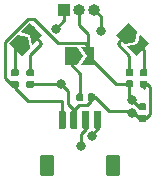
<source format=gbr>
G04 #@! TF.GenerationSoftware,KiCad,Pcbnew,(5.1.5-0-10_14)*
G04 #@! TF.CreationDate,2020-09-21T02:14:23+02:00*
G04 #@! TF.ProjectId,Encoder,456e636f-6465-4722-9e6b-696361645f70,rev?*
G04 #@! TF.SameCoordinates,Original*
G04 #@! TF.FileFunction,Copper,L1,Top*
G04 #@! TF.FilePolarity,Positive*
%FSLAX46Y46*%
G04 Gerber Fmt 4.6, Leading zero omitted, Abs format (unit mm)*
G04 Created by KiCad (PCBNEW (5.1.5-0-10_14)) date 2020-09-21 02:14:23*
%MOMM*%
%LPD*%
G04 APERTURE LIST*
%ADD10O,1.000000X1.000000*%
%ADD11R,1.000000X1.000000*%
%ADD12C,0.100000*%
%ADD13C,0.800000*%
%ADD14C,0.250000*%
G04 APERTURE END LIST*
D10*
X118428000Y-86212000D03*
X117158000Y-86212000D03*
D11*
X115888000Y-86212000D03*
G04 #@! TA.AperFunction,SMDPad,CuDef*
D12*
G36*
X120362505Y-98488204D02*
G01*
X120386773Y-98491804D01*
X120410572Y-98497765D01*
X120433671Y-98506030D01*
X120455850Y-98516520D01*
X120476893Y-98529132D01*
X120496599Y-98543747D01*
X120514777Y-98560223D01*
X120531253Y-98578401D01*
X120545868Y-98598107D01*
X120558480Y-98619150D01*
X120568970Y-98641329D01*
X120577235Y-98664428D01*
X120583196Y-98688227D01*
X120586796Y-98712495D01*
X120588000Y-98736999D01*
X120588000Y-100037001D01*
X120586796Y-100061505D01*
X120583196Y-100085773D01*
X120577235Y-100109572D01*
X120568970Y-100132671D01*
X120558480Y-100154850D01*
X120545868Y-100175893D01*
X120531253Y-100195599D01*
X120514777Y-100213777D01*
X120496599Y-100230253D01*
X120476893Y-100244868D01*
X120455850Y-100257480D01*
X120433671Y-100267970D01*
X120410572Y-100276235D01*
X120386773Y-100282196D01*
X120362505Y-100285796D01*
X120338001Y-100287000D01*
X119637999Y-100287000D01*
X119613495Y-100285796D01*
X119589227Y-100282196D01*
X119565428Y-100276235D01*
X119542329Y-100267970D01*
X119520150Y-100257480D01*
X119499107Y-100244868D01*
X119479401Y-100230253D01*
X119461223Y-100213777D01*
X119444747Y-100195599D01*
X119430132Y-100175893D01*
X119417520Y-100154850D01*
X119407030Y-100132671D01*
X119398765Y-100109572D01*
X119392804Y-100085773D01*
X119389204Y-100061505D01*
X119388000Y-100037001D01*
X119388000Y-98736999D01*
X119389204Y-98712495D01*
X119392804Y-98688227D01*
X119398765Y-98664428D01*
X119407030Y-98641329D01*
X119417520Y-98619150D01*
X119430132Y-98598107D01*
X119444747Y-98578401D01*
X119461223Y-98560223D01*
X119479401Y-98543747D01*
X119499107Y-98529132D01*
X119520150Y-98516520D01*
X119542329Y-98506030D01*
X119565428Y-98497765D01*
X119589227Y-98491804D01*
X119613495Y-98488204D01*
X119637999Y-98487000D01*
X120338001Y-98487000D01*
X120362505Y-98488204D01*
G37*
G04 #@! TD.AperFunction*
G04 #@! TA.AperFunction,SMDPad,CuDef*
G36*
X114762505Y-98488204D02*
G01*
X114786773Y-98491804D01*
X114810572Y-98497765D01*
X114833671Y-98506030D01*
X114855850Y-98516520D01*
X114876893Y-98529132D01*
X114896599Y-98543747D01*
X114914777Y-98560223D01*
X114931253Y-98578401D01*
X114945868Y-98598107D01*
X114958480Y-98619150D01*
X114968970Y-98641329D01*
X114977235Y-98664428D01*
X114983196Y-98688227D01*
X114986796Y-98712495D01*
X114988000Y-98736999D01*
X114988000Y-100037001D01*
X114986796Y-100061505D01*
X114983196Y-100085773D01*
X114977235Y-100109572D01*
X114968970Y-100132671D01*
X114958480Y-100154850D01*
X114945868Y-100175893D01*
X114931253Y-100195599D01*
X114914777Y-100213777D01*
X114896599Y-100230253D01*
X114876893Y-100244868D01*
X114855850Y-100257480D01*
X114833671Y-100267970D01*
X114810572Y-100276235D01*
X114786773Y-100282196D01*
X114762505Y-100285796D01*
X114738001Y-100287000D01*
X114037999Y-100287000D01*
X114013495Y-100285796D01*
X113989227Y-100282196D01*
X113965428Y-100276235D01*
X113942329Y-100267970D01*
X113920150Y-100257480D01*
X113899107Y-100244868D01*
X113879401Y-100230253D01*
X113861223Y-100213777D01*
X113844747Y-100195599D01*
X113830132Y-100175893D01*
X113817520Y-100154850D01*
X113807030Y-100132671D01*
X113798765Y-100109572D01*
X113792804Y-100085773D01*
X113789204Y-100061505D01*
X113788000Y-100037001D01*
X113788000Y-98736999D01*
X113789204Y-98712495D01*
X113792804Y-98688227D01*
X113798765Y-98664428D01*
X113807030Y-98641329D01*
X113817520Y-98619150D01*
X113830132Y-98598107D01*
X113844747Y-98578401D01*
X113861223Y-98560223D01*
X113879401Y-98543747D01*
X113899107Y-98529132D01*
X113920150Y-98516520D01*
X113942329Y-98506030D01*
X113965428Y-98497765D01*
X113989227Y-98491804D01*
X114013495Y-98488204D01*
X114037999Y-98487000D01*
X114738001Y-98487000D01*
X114762505Y-98488204D01*
G37*
G04 #@! TD.AperFunction*
G04 #@! TA.AperFunction,SMDPad,CuDef*
G36*
X118852703Y-94737722D02*
G01*
X118867264Y-94739882D01*
X118881543Y-94743459D01*
X118895403Y-94748418D01*
X118908710Y-94754712D01*
X118921336Y-94762280D01*
X118933159Y-94771048D01*
X118944066Y-94780934D01*
X118953952Y-94791841D01*
X118962720Y-94803664D01*
X118970288Y-94816290D01*
X118976582Y-94829597D01*
X118981541Y-94843457D01*
X118985118Y-94857736D01*
X118987278Y-94872297D01*
X118988000Y-94887000D01*
X118988000Y-96137000D01*
X118987278Y-96151703D01*
X118985118Y-96166264D01*
X118981541Y-96180543D01*
X118976582Y-96194403D01*
X118970288Y-96207710D01*
X118962720Y-96220336D01*
X118953952Y-96232159D01*
X118944066Y-96243066D01*
X118933159Y-96252952D01*
X118921336Y-96261720D01*
X118908710Y-96269288D01*
X118895403Y-96275582D01*
X118881543Y-96280541D01*
X118867264Y-96284118D01*
X118852703Y-96286278D01*
X118838000Y-96287000D01*
X118538000Y-96287000D01*
X118523297Y-96286278D01*
X118508736Y-96284118D01*
X118494457Y-96280541D01*
X118480597Y-96275582D01*
X118467290Y-96269288D01*
X118454664Y-96261720D01*
X118442841Y-96252952D01*
X118431934Y-96243066D01*
X118422048Y-96232159D01*
X118413280Y-96220336D01*
X118405712Y-96207710D01*
X118399418Y-96194403D01*
X118394459Y-96180543D01*
X118390882Y-96166264D01*
X118388722Y-96151703D01*
X118388000Y-96137000D01*
X118388000Y-94887000D01*
X118388722Y-94872297D01*
X118390882Y-94857736D01*
X118394459Y-94843457D01*
X118399418Y-94829597D01*
X118405712Y-94816290D01*
X118413280Y-94803664D01*
X118422048Y-94791841D01*
X118431934Y-94780934D01*
X118442841Y-94771048D01*
X118454664Y-94762280D01*
X118467290Y-94754712D01*
X118480597Y-94748418D01*
X118494457Y-94743459D01*
X118508736Y-94739882D01*
X118523297Y-94737722D01*
X118538000Y-94737000D01*
X118838000Y-94737000D01*
X118852703Y-94737722D01*
G37*
G04 #@! TD.AperFunction*
G04 #@! TA.AperFunction,SMDPad,CuDef*
G36*
X117852703Y-94737722D02*
G01*
X117867264Y-94739882D01*
X117881543Y-94743459D01*
X117895403Y-94748418D01*
X117908710Y-94754712D01*
X117921336Y-94762280D01*
X117933159Y-94771048D01*
X117944066Y-94780934D01*
X117953952Y-94791841D01*
X117962720Y-94803664D01*
X117970288Y-94816290D01*
X117976582Y-94829597D01*
X117981541Y-94843457D01*
X117985118Y-94857736D01*
X117987278Y-94872297D01*
X117988000Y-94887000D01*
X117988000Y-96137000D01*
X117987278Y-96151703D01*
X117985118Y-96166264D01*
X117981541Y-96180543D01*
X117976582Y-96194403D01*
X117970288Y-96207710D01*
X117962720Y-96220336D01*
X117953952Y-96232159D01*
X117944066Y-96243066D01*
X117933159Y-96252952D01*
X117921336Y-96261720D01*
X117908710Y-96269288D01*
X117895403Y-96275582D01*
X117881543Y-96280541D01*
X117867264Y-96284118D01*
X117852703Y-96286278D01*
X117838000Y-96287000D01*
X117538000Y-96287000D01*
X117523297Y-96286278D01*
X117508736Y-96284118D01*
X117494457Y-96280541D01*
X117480597Y-96275582D01*
X117467290Y-96269288D01*
X117454664Y-96261720D01*
X117442841Y-96252952D01*
X117431934Y-96243066D01*
X117422048Y-96232159D01*
X117413280Y-96220336D01*
X117405712Y-96207710D01*
X117399418Y-96194403D01*
X117394459Y-96180543D01*
X117390882Y-96166264D01*
X117388722Y-96151703D01*
X117388000Y-96137000D01*
X117388000Y-94887000D01*
X117388722Y-94872297D01*
X117390882Y-94857736D01*
X117394459Y-94843457D01*
X117399418Y-94829597D01*
X117405712Y-94816290D01*
X117413280Y-94803664D01*
X117422048Y-94791841D01*
X117431934Y-94780934D01*
X117442841Y-94771048D01*
X117454664Y-94762280D01*
X117467290Y-94754712D01*
X117480597Y-94748418D01*
X117494457Y-94743459D01*
X117508736Y-94739882D01*
X117523297Y-94737722D01*
X117538000Y-94737000D01*
X117838000Y-94737000D01*
X117852703Y-94737722D01*
G37*
G04 #@! TD.AperFunction*
G04 #@! TA.AperFunction,SMDPad,CuDef*
G36*
X116852703Y-94737722D02*
G01*
X116867264Y-94739882D01*
X116881543Y-94743459D01*
X116895403Y-94748418D01*
X116908710Y-94754712D01*
X116921336Y-94762280D01*
X116933159Y-94771048D01*
X116944066Y-94780934D01*
X116953952Y-94791841D01*
X116962720Y-94803664D01*
X116970288Y-94816290D01*
X116976582Y-94829597D01*
X116981541Y-94843457D01*
X116985118Y-94857736D01*
X116987278Y-94872297D01*
X116988000Y-94887000D01*
X116988000Y-96137000D01*
X116987278Y-96151703D01*
X116985118Y-96166264D01*
X116981541Y-96180543D01*
X116976582Y-96194403D01*
X116970288Y-96207710D01*
X116962720Y-96220336D01*
X116953952Y-96232159D01*
X116944066Y-96243066D01*
X116933159Y-96252952D01*
X116921336Y-96261720D01*
X116908710Y-96269288D01*
X116895403Y-96275582D01*
X116881543Y-96280541D01*
X116867264Y-96284118D01*
X116852703Y-96286278D01*
X116838000Y-96287000D01*
X116538000Y-96287000D01*
X116523297Y-96286278D01*
X116508736Y-96284118D01*
X116494457Y-96280541D01*
X116480597Y-96275582D01*
X116467290Y-96269288D01*
X116454664Y-96261720D01*
X116442841Y-96252952D01*
X116431934Y-96243066D01*
X116422048Y-96232159D01*
X116413280Y-96220336D01*
X116405712Y-96207710D01*
X116399418Y-96194403D01*
X116394459Y-96180543D01*
X116390882Y-96166264D01*
X116388722Y-96151703D01*
X116388000Y-96137000D01*
X116388000Y-94887000D01*
X116388722Y-94872297D01*
X116390882Y-94857736D01*
X116394459Y-94843457D01*
X116399418Y-94829597D01*
X116405712Y-94816290D01*
X116413280Y-94803664D01*
X116422048Y-94791841D01*
X116431934Y-94780934D01*
X116442841Y-94771048D01*
X116454664Y-94762280D01*
X116467290Y-94754712D01*
X116480597Y-94748418D01*
X116494457Y-94743459D01*
X116508736Y-94739882D01*
X116523297Y-94737722D01*
X116538000Y-94737000D01*
X116838000Y-94737000D01*
X116852703Y-94737722D01*
G37*
G04 #@! TD.AperFunction*
G04 #@! TA.AperFunction,SMDPad,CuDef*
G36*
X115852703Y-94737722D02*
G01*
X115867264Y-94739882D01*
X115881543Y-94743459D01*
X115895403Y-94748418D01*
X115908710Y-94754712D01*
X115921336Y-94762280D01*
X115933159Y-94771048D01*
X115944066Y-94780934D01*
X115953952Y-94791841D01*
X115962720Y-94803664D01*
X115970288Y-94816290D01*
X115976582Y-94829597D01*
X115981541Y-94843457D01*
X115985118Y-94857736D01*
X115987278Y-94872297D01*
X115988000Y-94887000D01*
X115988000Y-96137000D01*
X115987278Y-96151703D01*
X115985118Y-96166264D01*
X115981541Y-96180543D01*
X115976582Y-96194403D01*
X115970288Y-96207710D01*
X115962720Y-96220336D01*
X115953952Y-96232159D01*
X115944066Y-96243066D01*
X115933159Y-96252952D01*
X115921336Y-96261720D01*
X115908710Y-96269288D01*
X115895403Y-96275582D01*
X115881543Y-96280541D01*
X115867264Y-96284118D01*
X115852703Y-96286278D01*
X115838000Y-96287000D01*
X115538000Y-96287000D01*
X115523297Y-96286278D01*
X115508736Y-96284118D01*
X115494457Y-96280541D01*
X115480597Y-96275582D01*
X115467290Y-96269288D01*
X115454664Y-96261720D01*
X115442841Y-96252952D01*
X115431934Y-96243066D01*
X115422048Y-96232159D01*
X115413280Y-96220336D01*
X115405712Y-96207710D01*
X115399418Y-96194403D01*
X115394459Y-96180543D01*
X115390882Y-96166264D01*
X115388722Y-96151703D01*
X115388000Y-96137000D01*
X115388000Y-94887000D01*
X115388722Y-94872297D01*
X115390882Y-94857736D01*
X115394459Y-94843457D01*
X115399418Y-94829597D01*
X115405712Y-94816290D01*
X115413280Y-94803664D01*
X115422048Y-94791841D01*
X115431934Y-94780934D01*
X115442841Y-94771048D01*
X115454664Y-94762280D01*
X115467290Y-94754712D01*
X115480597Y-94748418D01*
X115494457Y-94743459D01*
X115508736Y-94739882D01*
X115523297Y-94737722D01*
X115538000Y-94737000D01*
X115838000Y-94737000D01*
X115852703Y-94737722D01*
G37*
G04 #@! TD.AperFunction*
G04 #@! TA.AperFunction,SMDPad,CuDef*
G36*
X121574958Y-91217710D02*
G01*
X121589276Y-91219834D01*
X121603317Y-91223351D01*
X121616946Y-91228228D01*
X121630031Y-91234417D01*
X121642447Y-91241858D01*
X121654073Y-91250481D01*
X121664798Y-91260202D01*
X121674519Y-91270927D01*
X121683142Y-91282553D01*
X121690583Y-91294969D01*
X121696772Y-91308054D01*
X121701649Y-91321683D01*
X121705166Y-91335724D01*
X121707290Y-91350042D01*
X121708000Y-91364500D01*
X121708000Y-91659500D01*
X121707290Y-91673958D01*
X121705166Y-91688276D01*
X121701649Y-91702317D01*
X121696772Y-91715946D01*
X121690583Y-91729031D01*
X121683142Y-91741447D01*
X121674519Y-91753073D01*
X121664798Y-91763798D01*
X121654073Y-91773519D01*
X121642447Y-91782142D01*
X121630031Y-91789583D01*
X121616946Y-91795772D01*
X121603317Y-91800649D01*
X121589276Y-91804166D01*
X121574958Y-91806290D01*
X121560500Y-91807000D01*
X121215500Y-91807000D01*
X121201042Y-91806290D01*
X121186724Y-91804166D01*
X121172683Y-91800649D01*
X121159054Y-91795772D01*
X121145969Y-91789583D01*
X121133553Y-91782142D01*
X121121927Y-91773519D01*
X121111202Y-91763798D01*
X121101481Y-91753073D01*
X121092858Y-91741447D01*
X121085417Y-91729031D01*
X121079228Y-91715946D01*
X121074351Y-91702317D01*
X121070834Y-91688276D01*
X121068710Y-91673958D01*
X121068000Y-91659500D01*
X121068000Y-91364500D01*
X121068710Y-91350042D01*
X121070834Y-91335724D01*
X121074351Y-91321683D01*
X121079228Y-91308054D01*
X121085417Y-91294969D01*
X121092858Y-91282553D01*
X121101481Y-91270927D01*
X121111202Y-91260202D01*
X121121927Y-91250481D01*
X121133553Y-91241858D01*
X121145969Y-91234417D01*
X121159054Y-91228228D01*
X121172683Y-91223351D01*
X121186724Y-91219834D01*
X121201042Y-91217710D01*
X121215500Y-91217000D01*
X121560500Y-91217000D01*
X121574958Y-91217710D01*
G37*
G04 #@! TD.AperFunction*
G04 #@! TA.AperFunction,SMDPad,CuDef*
G36*
X121574958Y-92187710D02*
G01*
X121589276Y-92189834D01*
X121603317Y-92193351D01*
X121616946Y-92198228D01*
X121630031Y-92204417D01*
X121642447Y-92211858D01*
X121654073Y-92220481D01*
X121664798Y-92230202D01*
X121674519Y-92240927D01*
X121683142Y-92252553D01*
X121690583Y-92264969D01*
X121696772Y-92278054D01*
X121701649Y-92291683D01*
X121705166Y-92305724D01*
X121707290Y-92320042D01*
X121708000Y-92334500D01*
X121708000Y-92629500D01*
X121707290Y-92643958D01*
X121705166Y-92658276D01*
X121701649Y-92672317D01*
X121696772Y-92685946D01*
X121690583Y-92699031D01*
X121683142Y-92711447D01*
X121674519Y-92723073D01*
X121664798Y-92733798D01*
X121654073Y-92743519D01*
X121642447Y-92752142D01*
X121630031Y-92759583D01*
X121616946Y-92765772D01*
X121603317Y-92770649D01*
X121589276Y-92774166D01*
X121574958Y-92776290D01*
X121560500Y-92777000D01*
X121215500Y-92777000D01*
X121201042Y-92776290D01*
X121186724Y-92774166D01*
X121172683Y-92770649D01*
X121159054Y-92765772D01*
X121145969Y-92759583D01*
X121133553Y-92752142D01*
X121121927Y-92743519D01*
X121111202Y-92733798D01*
X121101481Y-92723073D01*
X121092858Y-92711447D01*
X121085417Y-92699031D01*
X121079228Y-92685946D01*
X121074351Y-92672317D01*
X121070834Y-92658276D01*
X121068710Y-92643958D01*
X121068000Y-92629500D01*
X121068000Y-92334500D01*
X121068710Y-92320042D01*
X121070834Y-92305724D01*
X121074351Y-92291683D01*
X121079228Y-92278054D01*
X121085417Y-92264969D01*
X121092858Y-92252553D01*
X121101481Y-92240927D01*
X121111202Y-92230202D01*
X121121927Y-92220481D01*
X121133553Y-92211858D01*
X121145969Y-92204417D01*
X121159054Y-92198228D01*
X121172683Y-92193351D01*
X121186724Y-92189834D01*
X121201042Y-92187710D01*
X121215500Y-92187000D01*
X121560500Y-92187000D01*
X121574958Y-92187710D01*
G37*
G04 #@! TD.AperFunction*
G04 #@! TA.AperFunction,SMDPad,CuDef*
G36*
X111874958Y-91247710D02*
G01*
X111889276Y-91249834D01*
X111903317Y-91253351D01*
X111916946Y-91258228D01*
X111930031Y-91264417D01*
X111942447Y-91271858D01*
X111954073Y-91280481D01*
X111964798Y-91290202D01*
X111974519Y-91300927D01*
X111983142Y-91312553D01*
X111990583Y-91324969D01*
X111996772Y-91338054D01*
X112001649Y-91351683D01*
X112005166Y-91365724D01*
X112007290Y-91380042D01*
X112008000Y-91394500D01*
X112008000Y-91689500D01*
X112007290Y-91703958D01*
X112005166Y-91718276D01*
X112001649Y-91732317D01*
X111996772Y-91745946D01*
X111990583Y-91759031D01*
X111983142Y-91771447D01*
X111974519Y-91783073D01*
X111964798Y-91793798D01*
X111954073Y-91803519D01*
X111942447Y-91812142D01*
X111930031Y-91819583D01*
X111916946Y-91825772D01*
X111903317Y-91830649D01*
X111889276Y-91834166D01*
X111874958Y-91836290D01*
X111860500Y-91837000D01*
X111515500Y-91837000D01*
X111501042Y-91836290D01*
X111486724Y-91834166D01*
X111472683Y-91830649D01*
X111459054Y-91825772D01*
X111445969Y-91819583D01*
X111433553Y-91812142D01*
X111421927Y-91803519D01*
X111411202Y-91793798D01*
X111401481Y-91783073D01*
X111392858Y-91771447D01*
X111385417Y-91759031D01*
X111379228Y-91745946D01*
X111374351Y-91732317D01*
X111370834Y-91718276D01*
X111368710Y-91703958D01*
X111368000Y-91689500D01*
X111368000Y-91394500D01*
X111368710Y-91380042D01*
X111370834Y-91365724D01*
X111374351Y-91351683D01*
X111379228Y-91338054D01*
X111385417Y-91324969D01*
X111392858Y-91312553D01*
X111401481Y-91300927D01*
X111411202Y-91290202D01*
X111421927Y-91280481D01*
X111433553Y-91271858D01*
X111445969Y-91264417D01*
X111459054Y-91258228D01*
X111472683Y-91253351D01*
X111486724Y-91249834D01*
X111501042Y-91247710D01*
X111515500Y-91247000D01*
X111860500Y-91247000D01*
X111874958Y-91247710D01*
G37*
G04 #@! TD.AperFunction*
G04 #@! TA.AperFunction,SMDPad,CuDef*
G36*
X111874958Y-92217710D02*
G01*
X111889276Y-92219834D01*
X111903317Y-92223351D01*
X111916946Y-92228228D01*
X111930031Y-92234417D01*
X111942447Y-92241858D01*
X111954073Y-92250481D01*
X111964798Y-92260202D01*
X111974519Y-92270927D01*
X111983142Y-92282553D01*
X111990583Y-92294969D01*
X111996772Y-92308054D01*
X112001649Y-92321683D01*
X112005166Y-92335724D01*
X112007290Y-92350042D01*
X112008000Y-92364500D01*
X112008000Y-92659500D01*
X112007290Y-92673958D01*
X112005166Y-92688276D01*
X112001649Y-92702317D01*
X111996772Y-92715946D01*
X111990583Y-92729031D01*
X111983142Y-92741447D01*
X111974519Y-92753073D01*
X111964798Y-92763798D01*
X111954073Y-92773519D01*
X111942447Y-92782142D01*
X111930031Y-92789583D01*
X111916946Y-92795772D01*
X111903317Y-92800649D01*
X111889276Y-92804166D01*
X111874958Y-92806290D01*
X111860500Y-92807000D01*
X111515500Y-92807000D01*
X111501042Y-92806290D01*
X111486724Y-92804166D01*
X111472683Y-92800649D01*
X111459054Y-92795772D01*
X111445969Y-92789583D01*
X111433553Y-92782142D01*
X111421927Y-92773519D01*
X111411202Y-92763798D01*
X111401481Y-92753073D01*
X111392858Y-92741447D01*
X111385417Y-92729031D01*
X111379228Y-92715946D01*
X111374351Y-92702317D01*
X111370834Y-92688276D01*
X111368710Y-92673958D01*
X111368000Y-92659500D01*
X111368000Y-92364500D01*
X111368710Y-92350042D01*
X111370834Y-92335724D01*
X111374351Y-92321683D01*
X111379228Y-92308054D01*
X111385417Y-92294969D01*
X111392858Y-92282553D01*
X111401481Y-92270927D01*
X111411202Y-92260202D01*
X111421927Y-92250481D01*
X111433553Y-92241858D01*
X111445969Y-92234417D01*
X111459054Y-92228228D01*
X111472683Y-92223351D01*
X111486724Y-92219834D01*
X111501042Y-92217710D01*
X111515500Y-92217000D01*
X111860500Y-92217000D01*
X111874958Y-92217710D01*
G37*
G04 #@! TD.AperFunction*
G04 #@! TA.AperFunction,SMDPad,CuDef*
G36*
X122774958Y-91232710D02*
G01*
X122789276Y-91234834D01*
X122803317Y-91238351D01*
X122816946Y-91243228D01*
X122830031Y-91249417D01*
X122842447Y-91256858D01*
X122854073Y-91265481D01*
X122864798Y-91275202D01*
X122874519Y-91285927D01*
X122883142Y-91297553D01*
X122890583Y-91309969D01*
X122896772Y-91323054D01*
X122901649Y-91336683D01*
X122905166Y-91350724D01*
X122907290Y-91365042D01*
X122908000Y-91379500D01*
X122908000Y-91674500D01*
X122907290Y-91688958D01*
X122905166Y-91703276D01*
X122901649Y-91717317D01*
X122896772Y-91730946D01*
X122890583Y-91744031D01*
X122883142Y-91756447D01*
X122874519Y-91768073D01*
X122864798Y-91778798D01*
X122854073Y-91788519D01*
X122842447Y-91797142D01*
X122830031Y-91804583D01*
X122816946Y-91810772D01*
X122803317Y-91815649D01*
X122789276Y-91819166D01*
X122774958Y-91821290D01*
X122760500Y-91822000D01*
X122415500Y-91822000D01*
X122401042Y-91821290D01*
X122386724Y-91819166D01*
X122372683Y-91815649D01*
X122359054Y-91810772D01*
X122345969Y-91804583D01*
X122333553Y-91797142D01*
X122321927Y-91788519D01*
X122311202Y-91778798D01*
X122301481Y-91768073D01*
X122292858Y-91756447D01*
X122285417Y-91744031D01*
X122279228Y-91730946D01*
X122274351Y-91717317D01*
X122270834Y-91703276D01*
X122268710Y-91688958D01*
X122268000Y-91674500D01*
X122268000Y-91379500D01*
X122268710Y-91365042D01*
X122270834Y-91350724D01*
X122274351Y-91336683D01*
X122279228Y-91323054D01*
X122285417Y-91309969D01*
X122292858Y-91297553D01*
X122301481Y-91285927D01*
X122311202Y-91275202D01*
X122321927Y-91265481D01*
X122333553Y-91256858D01*
X122345969Y-91249417D01*
X122359054Y-91243228D01*
X122372683Y-91238351D01*
X122386724Y-91234834D01*
X122401042Y-91232710D01*
X122415500Y-91232000D01*
X122760500Y-91232000D01*
X122774958Y-91232710D01*
G37*
G04 #@! TD.AperFunction*
G04 #@! TA.AperFunction,SMDPad,CuDef*
G36*
X122774958Y-92202710D02*
G01*
X122789276Y-92204834D01*
X122803317Y-92208351D01*
X122816946Y-92213228D01*
X122830031Y-92219417D01*
X122842447Y-92226858D01*
X122854073Y-92235481D01*
X122864798Y-92245202D01*
X122874519Y-92255927D01*
X122883142Y-92267553D01*
X122890583Y-92279969D01*
X122896772Y-92293054D01*
X122901649Y-92306683D01*
X122905166Y-92320724D01*
X122907290Y-92335042D01*
X122908000Y-92349500D01*
X122908000Y-92644500D01*
X122907290Y-92658958D01*
X122905166Y-92673276D01*
X122901649Y-92687317D01*
X122896772Y-92700946D01*
X122890583Y-92714031D01*
X122883142Y-92726447D01*
X122874519Y-92738073D01*
X122864798Y-92748798D01*
X122854073Y-92758519D01*
X122842447Y-92767142D01*
X122830031Y-92774583D01*
X122816946Y-92780772D01*
X122803317Y-92785649D01*
X122789276Y-92789166D01*
X122774958Y-92791290D01*
X122760500Y-92792000D01*
X122415500Y-92792000D01*
X122401042Y-92791290D01*
X122386724Y-92789166D01*
X122372683Y-92785649D01*
X122359054Y-92780772D01*
X122345969Y-92774583D01*
X122333553Y-92767142D01*
X122321927Y-92758519D01*
X122311202Y-92748798D01*
X122301481Y-92738073D01*
X122292858Y-92726447D01*
X122285417Y-92714031D01*
X122279228Y-92700946D01*
X122274351Y-92687317D01*
X122270834Y-92673276D01*
X122268710Y-92658958D01*
X122268000Y-92644500D01*
X122268000Y-92349500D01*
X122268710Y-92335042D01*
X122270834Y-92320724D01*
X122274351Y-92306683D01*
X122279228Y-92293054D01*
X122285417Y-92279969D01*
X122292858Y-92267553D01*
X122301481Y-92255927D01*
X122311202Y-92245202D01*
X122321927Y-92235481D01*
X122333553Y-92226858D01*
X122345969Y-92219417D01*
X122359054Y-92213228D01*
X122372683Y-92208351D01*
X122386724Y-92204834D01*
X122401042Y-92202710D01*
X122415500Y-92202000D01*
X122760500Y-92202000D01*
X122774958Y-92202710D01*
G37*
G04 #@! TD.AperFunction*
G04 #@! TA.AperFunction,SMDPad,CuDef*
G36*
X113174958Y-92217710D02*
G01*
X113189276Y-92219834D01*
X113203317Y-92223351D01*
X113216946Y-92228228D01*
X113230031Y-92234417D01*
X113242447Y-92241858D01*
X113254073Y-92250481D01*
X113264798Y-92260202D01*
X113274519Y-92270927D01*
X113283142Y-92282553D01*
X113290583Y-92294969D01*
X113296772Y-92308054D01*
X113301649Y-92321683D01*
X113305166Y-92335724D01*
X113307290Y-92350042D01*
X113308000Y-92364500D01*
X113308000Y-92659500D01*
X113307290Y-92673958D01*
X113305166Y-92688276D01*
X113301649Y-92702317D01*
X113296772Y-92715946D01*
X113290583Y-92729031D01*
X113283142Y-92741447D01*
X113274519Y-92753073D01*
X113264798Y-92763798D01*
X113254073Y-92773519D01*
X113242447Y-92782142D01*
X113230031Y-92789583D01*
X113216946Y-92795772D01*
X113203317Y-92800649D01*
X113189276Y-92804166D01*
X113174958Y-92806290D01*
X113160500Y-92807000D01*
X112815500Y-92807000D01*
X112801042Y-92806290D01*
X112786724Y-92804166D01*
X112772683Y-92800649D01*
X112759054Y-92795772D01*
X112745969Y-92789583D01*
X112733553Y-92782142D01*
X112721927Y-92773519D01*
X112711202Y-92763798D01*
X112701481Y-92753073D01*
X112692858Y-92741447D01*
X112685417Y-92729031D01*
X112679228Y-92715946D01*
X112674351Y-92702317D01*
X112670834Y-92688276D01*
X112668710Y-92673958D01*
X112668000Y-92659500D01*
X112668000Y-92364500D01*
X112668710Y-92350042D01*
X112670834Y-92335724D01*
X112674351Y-92321683D01*
X112679228Y-92308054D01*
X112685417Y-92294969D01*
X112692858Y-92282553D01*
X112701481Y-92270927D01*
X112711202Y-92260202D01*
X112721927Y-92250481D01*
X112733553Y-92241858D01*
X112745969Y-92234417D01*
X112759054Y-92228228D01*
X112772683Y-92223351D01*
X112786724Y-92219834D01*
X112801042Y-92217710D01*
X112815500Y-92217000D01*
X113160500Y-92217000D01*
X113174958Y-92217710D01*
G37*
G04 #@! TD.AperFunction*
G04 #@! TA.AperFunction,SMDPad,CuDef*
G36*
X113174958Y-91247710D02*
G01*
X113189276Y-91249834D01*
X113203317Y-91253351D01*
X113216946Y-91258228D01*
X113230031Y-91264417D01*
X113242447Y-91271858D01*
X113254073Y-91280481D01*
X113264798Y-91290202D01*
X113274519Y-91300927D01*
X113283142Y-91312553D01*
X113290583Y-91324969D01*
X113296772Y-91338054D01*
X113301649Y-91351683D01*
X113305166Y-91365724D01*
X113307290Y-91380042D01*
X113308000Y-91394500D01*
X113308000Y-91689500D01*
X113307290Y-91703958D01*
X113305166Y-91718276D01*
X113301649Y-91732317D01*
X113296772Y-91745946D01*
X113290583Y-91759031D01*
X113283142Y-91771447D01*
X113274519Y-91783073D01*
X113264798Y-91793798D01*
X113254073Y-91803519D01*
X113242447Y-91812142D01*
X113230031Y-91819583D01*
X113216946Y-91825772D01*
X113203317Y-91830649D01*
X113189276Y-91834166D01*
X113174958Y-91836290D01*
X113160500Y-91837000D01*
X112815500Y-91837000D01*
X112801042Y-91836290D01*
X112786724Y-91834166D01*
X112772683Y-91830649D01*
X112759054Y-91825772D01*
X112745969Y-91819583D01*
X112733553Y-91812142D01*
X112721927Y-91803519D01*
X112711202Y-91793798D01*
X112701481Y-91783073D01*
X112692858Y-91771447D01*
X112685417Y-91759031D01*
X112679228Y-91745946D01*
X112674351Y-91732317D01*
X112670834Y-91718276D01*
X112668710Y-91703958D01*
X112668000Y-91689500D01*
X112668000Y-91394500D01*
X112668710Y-91380042D01*
X112670834Y-91365724D01*
X112674351Y-91351683D01*
X112679228Y-91338054D01*
X112685417Y-91324969D01*
X112692858Y-91312553D01*
X112701481Y-91300927D01*
X112711202Y-91290202D01*
X112721927Y-91280481D01*
X112733553Y-91271858D01*
X112745969Y-91264417D01*
X112759054Y-91258228D01*
X112772683Y-91253351D01*
X112786724Y-91249834D01*
X112801042Y-91247710D01*
X112815500Y-91247000D01*
X113160500Y-91247000D01*
X113174958Y-91247710D01*
G37*
G04 #@! TD.AperFunction*
G04 #@! TA.AperFunction,SMDPad,CuDef*
G36*
X121882455Y-88906455D02*
G01*
X120998571Y-89083231D01*
X120291465Y-88376125D01*
X121352125Y-87315465D01*
X122059231Y-88022571D01*
X121882455Y-88906455D01*
G37*
G04 #@! TD.AperFunction*
G04 #@! TA.AperFunction,SMDPad,CuDef*
G36*
X122023875Y-90108535D02*
G01*
X121210703Y-89295363D01*
X122094586Y-89118586D01*
X122271363Y-88234703D01*
X123084535Y-89047875D01*
X122023875Y-90108535D01*
G37*
G04 #@! TD.AperFunction*
G04 #@! TA.AperFunction,SMDPad,CuDef*
G36*
X112782455Y-88517545D02*
G01*
X112959231Y-89401429D01*
X112252125Y-90108535D01*
X111191465Y-89047875D01*
X111898571Y-88340769D01*
X112782455Y-88517545D01*
G37*
G04 #@! TD.AperFunction*
G04 #@! TA.AperFunction,SMDPad,CuDef*
G36*
X113984535Y-88376125D02*
G01*
X113171363Y-89189297D01*
X112994586Y-88305414D01*
X112110703Y-88128637D01*
X112923875Y-87315465D01*
X113984535Y-88376125D01*
G37*
G04 #@! TD.AperFunction*
G04 #@! TA.AperFunction,SMDPad,CuDef*
G36*
X117463000Y-90112000D02*
G01*
X116963000Y-90862000D01*
X115963000Y-90862000D01*
X115963000Y-89362000D01*
X116963000Y-89362000D01*
X117463000Y-90112000D01*
G37*
G04 #@! TD.AperFunction*
G04 #@! TA.AperFunction,SMDPad,CuDef*
G36*
X118413000Y-90862000D02*
G01*
X117263000Y-90862000D01*
X117763000Y-90112000D01*
X117263000Y-89362000D01*
X118413000Y-89362000D01*
X118413000Y-90862000D01*
G37*
G04 #@! TD.AperFunction*
G04 #@! TA.AperFunction,SMDPad,CuDef*
G36*
X122674958Y-94132710D02*
G01*
X122689276Y-94134834D01*
X122703317Y-94138351D01*
X122716946Y-94143228D01*
X122730031Y-94149417D01*
X122742447Y-94156858D01*
X122754073Y-94165481D01*
X122764798Y-94175202D01*
X122774519Y-94185927D01*
X122783142Y-94197553D01*
X122790583Y-94209969D01*
X122796772Y-94223054D01*
X122801649Y-94236683D01*
X122805166Y-94250724D01*
X122807290Y-94265042D01*
X122808000Y-94279500D01*
X122808000Y-94574500D01*
X122807290Y-94588958D01*
X122805166Y-94603276D01*
X122801649Y-94617317D01*
X122796772Y-94630946D01*
X122790583Y-94644031D01*
X122783142Y-94656447D01*
X122774519Y-94668073D01*
X122764798Y-94678798D01*
X122754073Y-94688519D01*
X122742447Y-94697142D01*
X122730031Y-94704583D01*
X122716946Y-94710772D01*
X122703317Y-94715649D01*
X122689276Y-94719166D01*
X122674958Y-94721290D01*
X122660500Y-94722000D01*
X122315500Y-94722000D01*
X122301042Y-94721290D01*
X122286724Y-94719166D01*
X122272683Y-94715649D01*
X122259054Y-94710772D01*
X122245969Y-94704583D01*
X122233553Y-94697142D01*
X122221927Y-94688519D01*
X122211202Y-94678798D01*
X122201481Y-94668073D01*
X122192858Y-94656447D01*
X122185417Y-94644031D01*
X122179228Y-94630946D01*
X122174351Y-94617317D01*
X122170834Y-94603276D01*
X122168710Y-94588958D01*
X122168000Y-94574500D01*
X122168000Y-94279500D01*
X122168710Y-94265042D01*
X122170834Y-94250724D01*
X122174351Y-94236683D01*
X122179228Y-94223054D01*
X122185417Y-94209969D01*
X122192858Y-94197553D01*
X122201481Y-94185927D01*
X122211202Y-94175202D01*
X122221927Y-94165481D01*
X122233553Y-94156858D01*
X122245969Y-94149417D01*
X122259054Y-94143228D01*
X122272683Y-94138351D01*
X122286724Y-94134834D01*
X122301042Y-94132710D01*
X122315500Y-94132000D01*
X122660500Y-94132000D01*
X122674958Y-94132710D01*
G37*
G04 #@! TD.AperFunction*
G04 #@! TA.AperFunction,SMDPad,CuDef*
G36*
X122674958Y-95102710D02*
G01*
X122689276Y-95104834D01*
X122703317Y-95108351D01*
X122716946Y-95113228D01*
X122730031Y-95119417D01*
X122742447Y-95126858D01*
X122754073Y-95135481D01*
X122764798Y-95145202D01*
X122774519Y-95155927D01*
X122783142Y-95167553D01*
X122790583Y-95179969D01*
X122796772Y-95193054D01*
X122801649Y-95206683D01*
X122805166Y-95220724D01*
X122807290Y-95235042D01*
X122808000Y-95249500D01*
X122808000Y-95544500D01*
X122807290Y-95558958D01*
X122805166Y-95573276D01*
X122801649Y-95587317D01*
X122796772Y-95600946D01*
X122790583Y-95614031D01*
X122783142Y-95626447D01*
X122774519Y-95638073D01*
X122764798Y-95648798D01*
X122754073Y-95658519D01*
X122742447Y-95667142D01*
X122730031Y-95674583D01*
X122716946Y-95680772D01*
X122703317Y-95685649D01*
X122689276Y-95689166D01*
X122674958Y-95691290D01*
X122660500Y-95692000D01*
X122315500Y-95692000D01*
X122301042Y-95691290D01*
X122286724Y-95689166D01*
X122272683Y-95685649D01*
X122259054Y-95680772D01*
X122245969Y-95674583D01*
X122233553Y-95667142D01*
X122221927Y-95658519D01*
X122211202Y-95648798D01*
X122201481Y-95638073D01*
X122192858Y-95626447D01*
X122185417Y-95614031D01*
X122179228Y-95600946D01*
X122174351Y-95587317D01*
X122170834Y-95573276D01*
X122168710Y-95558958D01*
X122168000Y-95544500D01*
X122168000Y-95249500D01*
X122168710Y-95235042D01*
X122170834Y-95220724D01*
X122174351Y-95206683D01*
X122179228Y-95193054D01*
X122185417Y-95179969D01*
X122192858Y-95167553D01*
X122201481Y-95155927D01*
X122211202Y-95145202D01*
X122221927Y-95135481D01*
X122233553Y-95126858D01*
X122245969Y-95119417D01*
X122259054Y-95113228D01*
X122272683Y-95108351D01*
X122286724Y-95104834D01*
X122301042Y-95102710D01*
X122315500Y-95102000D01*
X122660500Y-95102000D01*
X122674958Y-95102710D01*
G37*
G04 #@! TD.AperFunction*
G04 #@! TA.AperFunction,SMDPad,CuDef*
G36*
X118319958Y-93292710D02*
G01*
X118334276Y-93294834D01*
X118348317Y-93298351D01*
X118361946Y-93303228D01*
X118375031Y-93309417D01*
X118387447Y-93316858D01*
X118399073Y-93325481D01*
X118409798Y-93335202D01*
X118419519Y-93345927D01*
X118428142Y-93357553D01*
X118435583Y-93369969D01*
X118441772Y-93383054D01*
X118446649Y-93396683D01*
X118450166Y-93410724D01*
X118452290Y-93425042D01*
X118453000Y-93439500D01*
X118453000Y-93784500D01*
X118452290Y-93798958D01*
X118450166Y-93813276D01*
X118446649Y-93827317D01*
X118441772Y-93840946D01*
X118435583Y-93854031D01*
X118428142Y-93866447D01*
X118419519Y-93878073D01*
X118409798Y-93888798D01*
X118399073Y-93898519D01*
X118387447Y-93907142D01*
X118375031Y-93914583D01*
X118361946Y-93920772D01*
X118348317Y-93925649D01*
X118334276Y-93929166D01*
X118319958Y-93931290D01*
X118305500Y-93932000D01*
X118010500Y-93932000D01*
X117996042Y-93931290D01*
X117981724Y-93929166D01*
X117967683Y-93925649D01*
X117954054Y-93920772D01*
X117940969Y-93914583D01*
X117928553Y-93907142D01*
X117916927Y-93898519D01*
X117906202Y-93888798D01*
X117896481Y-93878073D01*
X117887858Y-93866447D01*
X117880417Y-93854031D01*
X117874228Y-93840946D01*
X117869351Y-93827317D01*
X117865834Y-93813276D01*
X117863710Y-93798958D01*
X117863000Y-93784500D01*
X117863000Y-93439500D01*
X117863710Y-93425042D01*
X117865834Y-93410724D01*
X117869351Y-93396683D01*
X117874228Y-93383054D01*
X117880417Y-93369969D01*
X117887858Y-93357553D01*
X117896481Y-93345927D01*
X117906202Y-93335202D01*
X117916927Y-93325481D01*
X117928553Y-93316858D01*
X117940969Y-93309417D01*
X117954054Y-93303228D01*
X117967683Y-93298351D01*
X117981724Y-93294834D01*
X117996042Y-93292710D01*
X118010500Y-93292000D01*
X118305500Y-93292000D01*
X118319958Y-93292710D01*
G37*
G04 #@! TD.AperFunction*
G04 #@! TA.AperFunction,SMDPad,CuDef*
G36*
X117349958Y-93292710D02*
G01*
X117364276Y-93294834D01*
X117378317Y-93298351D01*
X117391946Y-93303228D01*
X117405031Y-93309417D01*
X117417447Y-93316858D01*
X117429073Y-93325481D01*
X117439798Y-93335202D01*
X117449519Y-93345927D01*
X117458142Y-93357553D01*
X117465583Y-93369969D01*
X117471772Y-93383054D01*
X117476649Y-93396683D01*
X117480166Y-93410724D01*
X117482290Y-93425042D01*
X117483000Y-93439500D01*
X117483000Y-93784500D01*
X117482290Y-93798958D01*
X117480166Y-93813276D01*
X117476649Y-93827317D01*
X117471772Y-93840946D01*
X117465583Y-93854031D01*
X117458142Y-93866447D01*
X117449519Y-93878073D01*
X117439798Y-93888798D01*
X117429073Y-93898519D01*
X117417447Y-93907142D01*
X117405031Y-93914583D01*
X117391946Y-93920772D01*
X117378317Y-93925649D01*
X117364276Y-93929166D01*
X117349958Y-93931290D01*
X117335500Y-93932000D01*
X117040500Y-93932000D01*
X117026042Y-93931290D01*
X117011724Y-93929166D01*
X116997683Y-93925649D01*
X116984054Y-93920772D01*
X116970969Y-93914583D01*
X116958553Y-93907142D01*
X116946927Y-93898519D01*
X116936202Y-93888798D01*
X116926481Y-93878073D01*
X116917858Y-93866447D01*
X116910417Y-93854031D01*
X116904228Y-93840946D01*
X116899351Y-93827317D01*
X116895834Y-93813276D01*
X116893710Y-93798958D01*
X116893000Y-93784500D01*
X116893000Y-93439500D01*
X116893710Y-93425042D01*
X116895834Y-93410724D01*
X116899351Y-93396683D01*
X116904228Y-93383054D01*
X116910417Y-93369969D01*
X116917858Y-93357553D01*
X116926481Y-93345927D01*
X116936202Y-93335202D01*
X116946927Y-93325481D01*
X116958553Y-93316858D01*
X116970969Y-93309417D01*
X116984054Y-93303228D01*
X116997683Y-93298351D01*
X117011724Y-93294834D01*
X117026042Y-93292710D01*
X117040500Y-93292000D01*
X117335500Y-93292000D01*
X117349958Y-93292710D01*
G37*
G04 #@! TD.AperFunction*
D13*
X116488000Y-90112000D03*
X121588000Y-94912000D03*
X115588000Y-92512000D03*
X118988000Y-88012000D03*
X121570500Y-93829500D03*
X118188000Y-96912000D03*
X117288000Y-97712000D03*
X115188000Y-87812000D03*
X113088000Y-87912000D03*
X122388000Y-89312000D03*
D14*
X122588000Y-92497000D02*
X122588000Y-92792000D01*
X122488000Y-95397000D02*
X122488000Y-95397000D01*
X122173000Y-95397000D02*
X121588000Y-94812000D01*
X122488000Y-95397000D02*
X122173000Y-95397000D01*
X123133010Y-92722010D02*
X122908000Y-92497000D01*
X122808000Y-95397000D02*
X123133010Y-95071990D01*
X122908000Y-92497000D02*
X122588000Y-92497000D01*
X123133010Y-95071990D02*
X123133010Y-92722010D01*
X122488000Y-95397000D02*
X122808000Y-95397000D01*
X118158000Y-93932000D02*
X118158000Y-93612000D01*
X117832990Y-94257010D02*
X118158000Y-93932000D01*
X116688000Y-94712000D02*
X117142990Y-94257010D01*
X117142990Y-94257010D02*
X117832990Y-94257010D01*
X116688000Y-95512000D02*
X116688000Y-94712000D01*
X121022315Y-94812000D02*
X121588000Y-94812000D01*
X119653000Y-94812000D02*
X121022315Y-94812000D01*
X118453000Y-93612000D02*
X119653000Y-94812000D01*
X118158000Y-93612000D02*
X118453000Y-93612000D01*
X112988000Y-92512000D02*
X115588000Y-92512000D01*
X115588000Y-92512000D02*
X116188000Y-93112000D01*
X116188000Y-93112000D02*
X116188000Y-94212000D01*
X116188000Y-94212000D02*
X116688000Y-94712000D01*
X115588000Y-92512000D02*
X115588000Y-92512000D01*
X118988000Y-86772000D02*
X118428000Y-86212000D01*
X118988000Y-88012000D02*
X118988000Y-86772000D01*
X116488000Y-90912000D02*
X116488000Y-90112000D01*
X117188000Y-91612000D02*
X116488000Y-90912000D01*
X117188000Y-93612000D02*
X117188000Y-91612000D01*
X121388000Y-93647000D02*
X121570500Y-93829500D01*
X122168000Y-94427000D02*
X122488000Y-94427000D01*
X121388000Y-92482000D02*
X121388000Y-93647000D01*
X121570500Y-93829500D02*
X122168000Y-94427000D01*
X120283000Y-92482000D02*
X121388000Y-92482000D01*
X117913000Y-90112000D02*
X120283000Y-92482000D01*
X111688000Y-92807000D02*
X112793000Y-93912000D01*
X111688000Y-92512000D02*
X111688000Y-92807000D01*
X112793000Y-93912000D02*
X115688000Y-93912000D01*
X115688000Y-93912000D02*
X115688000Y-95512000D01*
X117913000Y-88237000D02*
X117158000Y-87482000D01*
X117158000Y-87482000D02*
X117158000Y-86212000D01*
X117913000Y-90112000D02*
X117913000Y-88237000D01*
X117913000Y-89362000D02*
X117913000Y-90112000D01*
X113293453Y-86990455D02*
X115339988Y-89036990D01*
X117587990Y-89036990D02*
X117913000Y-89362000D01*
X112789249Y-86990455D02*
X113293453Y-86990455D01*
X110866455Y-88913249D02*
X112789249Y-86990455D01*
X115339988Y-89036990D02*
X117587990Y-89036990D01*
X110866455Y-92010455D02*
X110866455Y-88913249D01*
X111368000Y-92512000D02*
X110866455Y-92010455D01*
X111688000Y-92512000D02*
X111368000Y-92512000D01*
X118688000Y-96287000D02*
X118163000Y-96812000D01*
X118688000Y-95512000D02*
X118688000Y-96287000D01*
X117688000Y-96338998D02*
X117288000Y-96738998D01*
X117688000Y-95512000D02*
X117688000Y-96338998D01*
X117288000Y-96738998D02*
X117288000Y-97712000D01*
X117288000Y-97712000D02*
X117288000Y-97712000D01*
X115888000Y-87112000D02*
X115188000Y-87812000D01*
X115888000Y-86212000D02*
X115888000Y-87112000D01*
X111721795Y-89578205D02*
X111721795Y-89878205D01*
X112075348Y-89224652D02*
X111721795Y-89578205D01*
X111688000Y-89912000D02*
X111688000Y-91542000D01*
X111721795Y-89878205D02*
X111688000Y-89912000D01*
X112988000Y-91542000D02*
X112988000Y-90012000D01*
X112988000Y-90012000D02*
X113888000Y-89112000D01*
X113888000Y-88986696D02*
X113100652Y-88199348D01*
X113888000Y-89112000D02*
X113888000Y-88986696D01*
X121388000Y-91512000D02*
X121388000Y-90112000D01*
X121388000Y-90112000D02*
X120388000Y-89112000D01*
X120388000Y-88986696D02*
X121175348Y-88199348D01*
X120388000Y-89112000D02*
X120388000Y-88986696D01*
X122200652Y-89224652D02*
X122588000Y-89612000D01*
X122588000Y-89612000D02*
X122588000Y-91527000D01*
M02*

</source>
